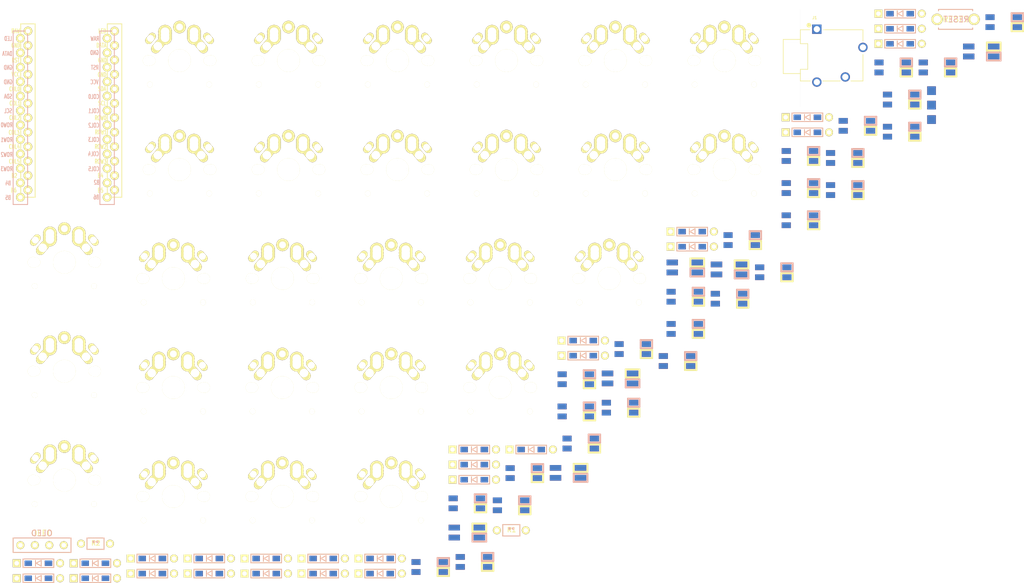
<source format=kicad_pcb>
(kicad_pcb (version 20211014) (generator pcbnew)
  (layers (0 "F.Cu" signal) (31 "B.Cu" signal) (34 "B.Paste" user) (35 "F.Paste" user) (36 "B.SilkS" user "B.Silkscreen") (37 "F.SilkS" user "F.Silkscreen") (38 "B.Mask" user) (39 "F.Mask" user) (44 "Edge.Cuts" user))
  (net 0 "")
  (net 1 "row0")
  (net 2 "Net-(D1-Pad2)")
  (net 3 "Net-(D2-Pad2)")
  (net 4 "Net-(D3-Pad2)")
  (net 5 "Net-(D4-Pad2)")
  (net 6 "Net-(D5-Pad2)")
  (net 7 "Net-(D6-Pad2)")
  (net 8 "row1")
  (net 9 "Net-(D7-Pad2)")
  (net 10 "Net-(D8-Pad2)")
  (net 11 "Net-(D9-Pad2)")
  (net 12 "Net-(D10-Pad2)")
  (net 13 "Net-(D11-Pad2)")
  (net 14 "Net-(D12-Pad2)")
  (net 15 "row2")
  (net 16 "Net-(D13-Pad2)")
  (net 17 "Net-(D14-Pad2)")
  (net 18 "Net-(D15-Pad2)")
  (net 19 "Net-(D16-Pad2)")
  (net 20 "Net-(D17-Pad2)")
  (net 21 "Net-(D18-Pad2)")
  (net 22 "row3")
  (net 23 "Net-(D19-Pad2)")
  (net 24 "Net-(D20-Pad2)")
  (net 25 "Net-(D21-Pad2)")
  (net 26 "Net-(D22-Pad2)")
  (net 27 "Net-(D23-Pad2)")
  (net 28 "Net-(D24-Pad2)")
  (net 29 "row4")
  (net 30 "Net-(D25-Pad2)")
  (net 31 "Net-(D26-Pad2)")
  (net 32 "Net-(D27-Pad2)")
  (net 33 "SDA")
  (net 34 "SCL")
  (net 35 "LED")
  (net 36 "Net-(L1-Pad1)")
  (net 37 "Net-(L1-Pad3)")
  (net 38 "Net-(L2-Pad3)")
  (net 39 "Net-(L4-Pad1)")
  (net 40 "Net-(L5-Pad1)")
  (net 41 "Net-(L31-Pad3)")
  (net 42 "Net-(L7-Pad3)")
  (net 43 "Net-(L13-Pad3)")
  (net 44 "Net-(L13-Pad2)")
  (net 45 "Net-(L14-Pad1)")
  (net 46 "Net-(L10-Pad1)")
  (net 47 "Net-(L15-Pad3)")
  (net 48 "Net-(L10-Pad3)")
  (net 49 "Net-(L11-Pad3)")
  (net 50 "Net-(L11-Pad1)")
  (net 51 "Net-(L12-Pad3)")
  (net 52 "Net-(L13-Pad1)")
  (net 53 "Net-(L14-Pad3)")
  (net 54 "Net-(L15-Pad1)")
  (net 55 "Net-(L16-Pad3)")
  (net 56 "Net-(L17-Pad1)")
  (net 57 "Net-(L18-Pad3)")
  (net 58 "Net-(L19-Pad1)")
  (net 59 "Net-(L20-Pad3)")
  (net 60 "Net-(L21-Pad1)")
  (net 61 "Net-(L22-Pad3)")
  (net 62 "Net-(L23-Pad1)")
  (net 63 "Net-(L24-Pad3)")
  (net 64 "Net-(L25-Pad3)")
  (net 65 "Net-(L26-Pad1)")
  (net 66 "Net-(L27-Pad3)")
  (net 68 "Net-(L29-Pad3)")
  (net 69 "Net-(L32-Pad3)")
  (net 70 "reset")
  (net 71 "col0")
  (net 72 "col1")
  (net 73 "col2")
  (net 74 "col3")
  (net 75 "col4")
  (net 76 "col5")
  (footprint "kbd:D3_TH_SMD" (layer "F.Cu") (at 67.60125 146.31875)
    (fp_text reference "D3" hide)
    (fp_text value "D" hide)
  )
  (footprint "kbd:MX_ALPS_PG1350_noLed" (layer "F.Cu") (at 90.44775 113.61875)
    (fp_text reference "SW18" hide)
    (fp_text value "SW_PUSH" hide)
  )
  (footprint "kbd:MX_ALPS_PG1350_noLed" (layer "F.Cu") (at 71.29775 94.46875)
    (fp_text reference "SW9" hide)
    (fp_text value "SW_PUSH" hide)
  )
  (footprint "kbd:D3_TH_SMD" (layer "F.Cu") (at 124.18125 127.16875)
    (fp_text reference "D21" hide)
    (fp_text value "D" hide)
  )
  (footprint "kbd:D3_TH_SMD" (layer "F.Cu") (at 77.61125 143.66875)
    (fp_text reference "D8" hide)
    (fp_text value "D" hide)
  )
  (footprint "kbd:D3_TH_SMD" (layer "F.Cu") (at 124.18125 124.51875)
    (fp_text reference "D27" hide)
    (fp_text value "D" hide)
  )
  (footprint "kbd:SK6812MINI_rev" (layer "F.Cu") (at 168.95275 98.01875)
    (fp_text reference "L33" hide)
    (fp_text value "SK6812MINI" hide)
  )
  (footprint "kbd:ResetSW" (layer "F.Cu") (at 208.77275 48.91875)
    (fp_text reference "RSW1" hide)
    (fp_text value "SW_PUSH")
  )
  (footprint "kbd:D3_TH_SMD" (layer "F.Cu") (at 47.58125 147.14875)
    (fp_text reference "D5" hide)
    (fp_text value "D" hide)
  )
  (footprint "TRRS:CUI_SJ-43514" (layer "F.Cu") (at 186.98775 55.44875)
    (fp_text reference "J1")
    (fp_text value "SJ-43514")
    (fp_line (start -4.2 2.25) (end -5.5 2.25) (layer "Edge.Cuts") (width 0.01))
    (fp_line (start -5.5 2.25) (end -5.5 8.85) (layer "Edge.Cuts") (width 0.01))
    (fp_line (start -5.5 -8.35) (end -5.5 -2.25) (layer "Edge.Cuts") (width 0.01))
    (fp_line (start -4.2 -2.25) (end -4.2 2.25) (layer "Edge.Cuts") (width 0.01))
    (fp_line (start -5.5 -2.25) (end -4.2 -2.25) (layer "Edge.Cuts") (width 0.01))
  )
  (footprint "kbd:SK6812MINI_underglow_rev" (layer "F.Cu") (at 149.80275 112.01875)
    (fp_text reference "L2" hide)
    (fp_text value "SK6812MINI" hide)
  )
  (footprint "kbd:MX_ALPS_PG1350_noLed" (layer "F.Cu") (at 129.83775 75.31875)
    (fp_text reference "SW12" hide)
    (fp_text value "SW_PUSH" hide)
  )
  (footprint "kbd:MX_ALPS_PG1350_noLed" (layer "F.Cu") (at 147.89775 94.46875)
    (fp_text reference "SW15" hide)
    (fp_text value "SW_PUSH" hide)
  )
  (footprint "kbd:SK6812MINI_rev" (layer "F.Cu") (at 124.12275 144.26875)
    (fp_text reference "L26" hide)
    (fp_text value "SK6812MINI" hide)
  )
  (footprint "kbd:MX_ALPS_PG1350_noLed" (layer "F.Cu") (at 148.98775 56.16875)
    (fp_text reference "SW4" hide)
    (fp_text value "SW_PUSH" hide)
  )
  (footprint "kbd:SK6812MINI_rev" (layer "F.Cu") (at 181.41275 78.57875)
    (fp_text reference "L18" hide)
    (fp_text value "SK6812MINI" hide)
  )
  (footprint "kbd:SK6812MINI_rev" (layer "F.Cu") (at 142.89275 123.46875)
    (fp_text reference "L13" hide)
    (fp_text value "SK6812MINI" hide)
  )
  (footprint "kbd:MX_ALPS_PG1350_noLed" (layer "F.Cu") (at 168.13775 56.16875)
    (fp_text reference "SW25" hide)
    (fp_text value "SW_PUSH" hide)
  )
  (footprint "kbd:SK6812MINI_rev" (layer "F.Cu") (at 149.80275 117.16875)
    (fp_text reference "L12" hide)
    (fp_text value "SK6812MINI" hide)
  )
  (footprint "kbd:D3_TH_SMD" (layer "F.Cu") (at 107.64125 146.31875)
    (fp_text reference "D17" hide)
    (fp_text value "D" hide)
  )
  (footprint "kbd:R" (layer "F.Cu") (at 130.69125 138.71951)
    (fp_text reference "R1")
    (fp_text value "R" hide)
  )
  (footprint "kbd:SK6812MINI_underglow_rev" (layer "F.Cu") (at 122.87275 139.11875)
    (fp_text reference "L5" hide)
    (fp_text value "SK6812MINI" hide)
  )
  (footprint "kbd:D3_TH_SMD" (layer "F.Cu") (at 143.33125 105.36875)
    (fp_text reference "D23" hide)
    (fp_text value "D" hide)
  )
  (footprint "kbd:MX_ALPS_PG1350_noLed" (layer "F.Cu") (at 90.44775 132.76875)
    (fp_text reference "SW16" hide)
    (fp_text value "SW_PUSH" hide)
  )
  (footprint "kbd:D3_TH_SMD" (layer "F.Cu") (at 199.02125 50.56875)
    (fp_text reference "D4" hide)
    (fp_text value "D" hide)
  )
  (footprint "kbd:SK6812MINI_rev" (layer "F.Cu") (at 142.02275 112.16875)
    (fp_text reference "L15" hide)
    (fp_text value "SK6812MINI" hide)
  )
  (footprint "kbd:SK6812MINI_rev" (layer "F.Cu") (at 197.71275 57.36875)
    (fp_text reference "L17" hide)
    (fp_text value "SK6812MINI" hide)
  )
  (footprint "kbd:D3_TH_SMD" (layer "F.Cu") (at 134.19125 124.51875)
    (fp_text reference "D10" hide)
    (fp_text value "D" hide)
  )
  (footprint "kbd:D3_TH_SMD" (layer "F.Cu") (at 162.48125 86.21875)
    (fp_text reference "D16" hide)
    (fp_text value "D" hide)
  )
  (footprint "kbd:SK6812MINI_rev" (layer "F.Cu") (at 181.41275 84.22875)
    (fp_text reference "L8" hide)
    (fp_text value "SK6812MINI" hide)
  )
  (footprint "kbd:SK6812MINI_rev" (layer "F.Cu") (at 191.42275 67.62875)
    (fp_text reference "L14" hide)
    (fp_text value "SK6812MINI" hide)
  )
  (footprint "kbd:MX_ALPS_PG1350_noLed" (layer "F.Cu") (at 52.14775 110.75875)
    (fp_text reference "SW20" hide)
    (fp_text value "SW_PUSH" hide)
  )
  (footprint "kbd:MX_ALPS_PG1350_noLed" (layer "F.Cu") (at 52.14775 91.60875)
    (fp_text reference "SW24" hide)
    (fp_text value "SW_PUSH" hide)
  )
  (footprint "kbd:SK6812MINI_rev" (layer "F.Cu") (at 159.81275 108.96875)
    (fp_text reference "L29" hide)
    (fp_text value "SK6812MINI" hide)
  )
  (footprint "kbd:SK6812MINI_rev" (layer "F.Cu") (at 122.87275 133.96875)
    (fp_text reference "L28" hide)
    (fp_text value "SK6812MINI" hide)
  )
  (footprint "kbd:MX_ALPS_PG1350_noLed" (layer "F.Cu") (at 168.13775 75.31875)
    (fp_text reference "SW5" hide)
    (fp_text value "SW_PUSH" hide)
  )
  (footprint "kbd:SK6812MINI_underglow_rev" (layer "F.Cu") (at 168.95275 92.86875)
    (fp_text reference "L6" hide)
    (fp_text value "SK6812MINI" hide)
  )
  (footprint "kbd:SK6812MINI_rev" (layer "F.Cu") (at 142.02275 117.81875)
    (fp_text reference "L22" hide)
    (fp_text value "SK6812MINI" hide)
  )
  (footprint "kbd:MX_ALPS_PG1350_noLed" (layer "F.Cu") (at 91.53775 56.16875)
    (fp_text reference "SW14" hide)
    (fp_text value "SW_PUSH" hide)
  )
  (footprint "kbd:SK6812MINI_rev" (layer "F.Cu") (at 116.34275 145.16875)
    (fp_text reference "L9" hide)
    (fp_text value "SK6812MINI" hide)
  )
  (footprint "kbd:D3_TH_SMD" (layer "F.Cu") (at 77.61125 146.31875)
    (fp_text reference "D18" hide)
    (fp_text value "D" hide)
  )
  (footprint "kbd:MX_ALPS_PG1350_noLed" (layer "F.Cu") (at 71.29775 132.76875)
    (fp_text reference "SW7" hide)
    (fp_text value "SW_PUSH" hide)
  )
  (footprint "kbd:D3_TH_SMD" (layer "F.Cu") (at 199.02125 47.91875)
    (fp_text reference "D25" hide)
    (fp_text value "D" hide)
  )
  (footprint "kbd:SK6812MINI_rev" (layer "F.Cu") (at 199.20275 68.66875)
    (fp_text reference "L16" hide)
    (fp_text value "SK6812MINI" hide)
  )
  (footprint "kbd:D3_TH_SMD" (layer "F.Cu") (at 47.58125 144.49875)
    (fp_text reference "D13" hide)
    (fp_text value "D" hide)
  )
  (footprint "kbd:D3_TH_SMD" (layer "F.Cu") (at 97.63125 146.31875)
    (fp_text reference "D19" hide)
    (fp_text value "D" hide)
  )
  (footprint "kbd:MX_ALPS_PG1350_noLed" (layer "F.Cu") (at 72.38775 56.16875)
    (fp_text reference "SW1" hide)
    (fp_text value "SW_PUSH" hide)
  )
  (footprint "kbd:MX_ALPS_PG1350_noLed" (layer "F.Cu") (at 128.74775 113.61875)
    (fp_text reference "SW22" hide)
    (fp_text value "SW_PUSH" hide)
  )
  (footprint "kbd:MX_ALPS_PG1350_noLed" (layer "F.Cu") (at 52.14775 129.90875)
    (fp_text reference "SW21" hide)
    (fp_text value "SW_PUSH" hide)
  )
  (footprint "kbd:R" (layer "F.Cu") (at 57.62125 141.05951)
    (fp_text reference "R2")
    (fp_text value "R" hide)
  )
  (footprint "kbd:D3_TH_SMD" (layer "F.Cu") (at 182.72125 66.12875)
    (fp_text reference "D12" hide)
    (fp_text value "D" hide)
  )
  (footprint "kbd:D3_TH_SMD" (layer "F.Cu") (at 87.62125 146.31875)
    (fp_text reference "D14" hide)
    (fp_text value "D" hide)
  )
  (footprint "kbd:D3_TH_SMD" (layer "F.Cu") (at 87.62125 143.66875)
    (fp_text reference "D15" hide)
    (fp_text value "D" hide)
  )
  (footprint "kbd:MX_ALPS_PG1350_noLed" (layer "F.Cu") (at 110.68775 75.31875)
    (fp_text reference "SW10" hide)
    (fp_text value "SW_PUSH" hide)
  )
  (footprint "kbd:MX_ALPS_PG1350_noLed" (layer "F.Cu") (at 110.68775 56.16875)
    (fp_text reference "SW8" hide)
    (fp_text value "SW_PUSH" hide)
  )
  (footprint "kbd:SK6812MINI_underglow_rev" (layer "F.Cu") (at 161.17275 92.51875)
    (fp_text reference "L3" hide)
    (fp_text value "SK6812MINI" hide)
  )
  (footprint "kbd:MX_ALPS_PG1350_noLed" (layer "F.Cu") (at 129.83775 56.16875)
    (fp_text reference "SW13" hide)
    (fp_text value "SW_PUSH" hide)
  )
  (footprint "kbd:MX_ALPS_PG1350_noLed" (layer "F.Cu") (at 148.98775 75.31875)
    (fp_text reference "SW6" hide)
    (fp_text value "SW_PUSH" hide)
  )
  (footprint "kbd:MX_ALPS_PG1350_noLed" (layer "F.Cu") (at 128.74775 94.46875)
    (fp_text reference "SW23" hide)
    (fp_text value "SW_PUSH" hide)
  )
  (footprint "kbd:D3_TH_SMD" (layer "F.Cu") (at 107.64125 143.66875)
    (fp_text reference "D26" hide)
    (fp_text value "D" hide)
  )
  (footprint "kbd:D3_TH_SMD" (layer "F.Cu") (at 162.48125 88.86875)
    (fp_text reference "D22" hide)
    (fp_text value "D" hide)
  )
  (footprint "kbd:SK6812MINI_rev" (layer "F.Cu") (at 217.22275 49.41875)
    (fp_text reference "L31" hide)
    (fp_text value "SK6812MINI" hide)
  )
  (footprint "kbd:MX_ALPS_PG1350_noLed" (layer "F.Cu") (at 109.59775 113.61875)
    (fp_text reference "SW19" hide)
    (fp_text value "SW_PUSH" hide)
  )
  (footprint "kbd:MX_ALPS_PG1350_noLed" (layer "F.Cu") (at 109.59775 132.76875)
    (fp_text reference "SW2" hide)
    (fp_text value "SW_PUSH" hide)
  )
  (footprint "kbd:SK6812MINI_rev" (layer "F.Cu") (at 176.73275 93.36875)
    (fp_text reference "L7" hide)
    (fp_text value "SK6812MINI" hide)
  )
  (footprint "kbd:ProMicro_v2" (layer "F.Cu") (at 53.30775 65.45675)
    (fp_text reference "U1" hide)
    (fp_text value "kbd:ProMicro" hide)
  )
  (footprint "kbd:MX_ALPS_PG1350_noLed" (layer "F.Cu") (at 72.38775 75.31875)
    (fp_text reference "SW3" hide)
    (fp_text value "SW_PUSH" hide)
  )
  (footprint "kbd:SK6812MINI_rev" (layer "F.Cu") (at 205.49275 57.36875)
    (fp_text reference "L23" hide)
    (fp_text value "SK6812MINI" hide)
  )
  (footprint "kbd:D3_TH_SMD" (layer "F.Cu") (at 199.02125 53.21875)
    (fp_text reference "D9" hide)
    (fp_text value "D" hide)
  )
  (footprint "kbd:SK6812MINI_rev" (layer "F.Cu") (at 161.17275 103.31875)
    (fp_text reference "L20" hide)
    (fp_text value "SK6812MINI" hide)
  )
  (footprint "kbd:SK6812MINI_rev" (layer "F.Cu") (at 130.65275 134.31875)
    (fp_text reference "L21" hide)
    (fp_text value "SK6812MINI" hide)
  )
  (footprint "kbd:D3_TH_SMD" (layer "F.Cu") (at 57.59125 144.49875)
    (fp_text reference "D6" hide)
    (fp_text value "D" hide)
  )
  (footprint "kbd:D3_TH_SMD" (layer "F.Cu") (at 67.60125 143.66875)
    (fp_text reference "D20" hide)
    (fp_text value "D" hide)
  )
  (footprint "kbd:SK6812MINI_rev" (layer "F.Cu") (at 161.17275 97.66875)
    (fp_text reference "L30" hide)
    (fp_text value "SK6812MINI" hide)
  )
  (footprint "kbd:SK6812MINI_rev" (layer "F.Cu") (at 199.20275 63.01875)
    (fp_text reference "L32" hide)
    (fp_text value "SK6812MINI" hide)
  )
  (footprint "kbd:MX_ALPS_PG1350_noLed" (layer "F.Cu") (at 71.29775 113.61875)
    (fp_text reference "SW26" hide)
    (fp_text value "SW_PUSH" hide)
  )
  (footprint "kbd:MX_ALPS_PG1350_noLed" (layer "F.Cu") (at 109.59775 94.46875)
    (fp_text reference "SW11" hide)
    (fp_text value "SW_PUSH" hide)
  )
  (footprint "kbd:MX_ALPS_PG1350_noLed" (layer "F.Cu") (at 91.53775 75.31875)
    (fp_text reference "SW17" hide)
    (fp_text value "SW_PUSH" hide)
  )
  (footprint "kbd:SK6812MINI_rev" (layer "F.Cu") (at 189.19275 73.27875)
    (fp_text reference "L11" hide)
    (fp_text value "SK6812MINI" hide)
  )
  (footprint "kbd:SK6812MINI_rev" (layer "F.Cu") (at 181.41275 72.92875)
    (fp_text reference "L27" hide)
    (fp_text value "SK6812MINI" hide)
  )
  (footprint "kbd:D3_TH_SMD" (layer "F.Cu") (at 182.72125 68.77875)
    (fp_text reference "D24" hide)
    (fp_text value "D" hide)
  )
  (footprint "kbd:StripLED_rev" (layer "F.Cu") (at 204.54475 61.45575)
    (fp_text reference "J2" hide)
    (fp_text value "LED" hide)
  )
  (footprint "kbd:SK6812MINI_rev" (layer "F.Cu") (at 152.03275 106.86875)
    (fp_text reference "L24" hide)
    (fp_text value "SK6812MINI" hide)
  )
  (footprint "kbd:D3_TH_SMD" (layer "F.Cu") (at 97.63125 143.66875)
    (fp_text reference "D1" hide)
    (fp_text value "D" hide)
  )
  (footprint "kbd:SK6812MINI_rev" (layer "F.Cu") (at 132.88275 128.66875)
    (fp_text reference "L19" hide)
    (fp_text value "SK6812MINI" hide)
  )
  (footprint "kbd:SK6812MINI_rev" (layer "F.Cu") (at 171.18275 87.71875)
    (fp_text reference "L25" hide)
    (fp_text value "SK6812MINI" hide)
  )
  (footprint "kbd:SK6812MINI_underglow_rev" (layer "F.Cu") (at 213.27275 54.56875)
    (fp_text reference "L4" hide)
    (fp_text value "SK6812MINI" hide)
  )
  (footprint "kbd:D3_TH_SMD" (layer "F.Cu") (at 143.33125 108.01875)
    (fp_text reference "D7" hide)
    (fp_text value "D" hide)
  )
  (footprint "kbd:D3_TH_SMD" (layer "F.Cu") (at 124.18125 129.81875)
    (fp_text reference "D11" hide)
    (fp_text value "D" hide)
  )
  (footprint "kbd:OLED" (layer "F.Cu") (at 44.41775 141.32875)
    (fp_text reference "J3")
    (fp_text value "OLED" hide)
  )
  (footprint "kbd:D3_TH_SMD" (layer "F.Cu") (at 57.59125 147.14875)
    (fp_text reference "D2" hide)
    (fp_text value "D" hide)
  )
  (footprint "kbd:SK6812MINI_underglow_rev" (layer "F.Cu") (at 140.66275 128.61875)
    (fp_text reference "L1" hide)
    (fp_text value "SK6812MINI" hide)
  )
  (footprint "kbd:SK6812MINI_rev" (layer "F.Cu") (at 189.19275 78.92875)
    (fp_text reference "L10" hide)
    (fp_text value "SK6812MINI" hide)
  )
  (footprint "kbd:MX_ALPS_PG1350_noLed_1.75u" (layer "F.Cu") (at 90.4875 94.45625)
    (fp_text reference "SW27" hide)
    (fp_text value "SW_PUSH" hide)
  )
)
</source>
